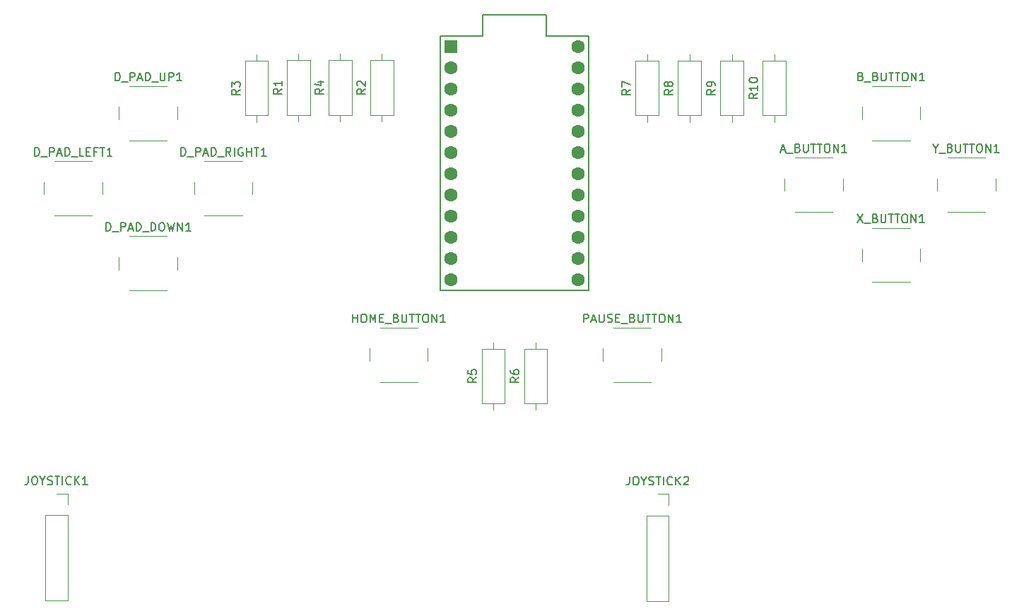
<source format=gbr>
%TF.GenerationSoftware,KiCad,Pcbnew,(7.0.0)*%
%TF.CreationDate,2023-03-22T23:13:35-04:00*%
%TF.ProjectId,controller,636f6e74-726f-46c6-9c65-722e6b696361,rev?*%
%TF.SameCoordinates,Original*%
%TF.FileFunction,Legend,Top*%
%TF.FilePolarity,Positive*%
%FSLAX46Y46*%
G04 Gerber Fmt 4.6, Leading zero omitted, Abs format (unit mm)*
G04 Created by KiCad (PCBNEW (7.0.0)) date 2023-03-22 23:13:35*
%MOMM*%
%LPD*%
G01*
G04 APERTURE LIST*
%ADD10C,0.150000*%
%ADD11C,0.120000*%
%ADD12R,1.600000X1.600000*%
%ADD13C,1.600000*%
G04 APERTURE END LIST*
D10*
%TO.C,R3*%
X116997380Y-29166666D02*
X116521190Y-29499999D01*
X116997380Y-29738094D02*
X115997380Y-29738094D01*
X115997380Y-29738094D02*
X115997380Y-29357142D01*
X115997380Y-29357142D02*
X116045000Y-29261904D01*
X116045000Y-29261904D02*
X116092619Y-29214285D01*
X116092619Y-29214285D02*
X116187857Y-29166666D01*
X116187857Y-29166666D02*
X116330714Y-29166666D01*
X116330714Y-29166666D02*
X116425952Y-29214285D01*
X116425952Y-29214285D02*
X116473571Y-29261904D01*
X116473571Y-29261904D02*
X116521190Y-29357142D01*
X116521190Y-29357142D02*
X116521190Y-29738094D01*
X115997380Y-28833332D02*
X115997380Y-28214285D01*
X115997380Y-28214285D02*
X116378333Y-28547618D01*
X116378333Y-28547618D02*
X116378333Y-28404761D01*
X116378333Y-28404761D02*
X116425952Y-28309523D01*
X116425952Y-28309523D02*
X116473571Y-28261904D01*
X116473571Y-28261904D02*
X116568809Y-28214285D01*
X116568809Y-28214285D02*
X116806904Y-28214285D01*
X116806904Y-28214285D02*
X116902142Y-28261904D01*
X116902142Y-28261904D02*
X116949761Y-28309523D01*
X116949761Y-28309523D02*
X116997380Y-28404761D01*
X116997380Y-28404761D02*
X116997380Y-28690475D01*
X116997380Y-28690475D02*
X116949761Y-28785713D01*
X116949761Y-28785713D02*
X116902142Y-28833332D01*
%TO.C,R8*%
X168837380Y-29166666D02*
X168361190Y-29499999D01*
X168837380Y-29738094D02*
X167837380Y-29738094D01*
X167837380Y-29738094D02*
X167837380Y-29357142D01*
X167837380Y-29357142D02*
X167885000Y-29261904D01*
X167885000Y-29261904D02*
X167932619Y-29214285D01*
X167932619Y-29214285D02*
X168027857Y-29166666D01*
X168027857Y-29166666D02*
X168170714Y-29166666D01*
X168170714Y-29166666D02*
X168265952Y-29214285D01*
X168265952Y-29214285D02*
X168313571Y-29261904D01*
X168313571Y-29261904D02*
X168361190Y-29357142D01*
X168361190Y-29357142D02*
X168361190Y-29738094D01*
X168265952Y-28595237D02*
X168218333Y-28690475D01*
X168218333Y-28690475D02*
X168170714Y-28738094D01*
X168170714Y-28738094D02*
X168075476Y-28785713D01*
X168075476Y-28785713D02*
X168027857Y-28785713D01*
X168027857Y-28785713D02*
X167932619Y-28738094D01*
X167932619Y-28738094D02*
X167885000Y-28690475D01*
X167885000Y-28690475D02*
X167837380Y-28595237D01*
X167837380Y-28595237D02*
X167837380Y-28404761D01*
X167837380Y-28404761D02*
X167885000Y-28309523D01*
X167885000Y-28309523D02*
X167932619Y-28261904D01*
X167932619Y-28261904D02*
X168027857Y-28214285D01*
X168027857Y-28214285D02*
X168075476Y-28214285D01*
X168075476Y-28214285D02*
X168170714Y-28261904D01*
X168170714Y-28261904D02*
X168218333Y-28309523D01*
X168218333Y-28309523D02*
X168265952Y-28404761D01*
X168265952Y-28404761D02*
X168265952Y-28595237D01*
X168265952Y-28595237D02*
X168313571Y-28690475D01*
X168313571Y-28690475D02*
X168361190Y-28738094D01*
X168361190Y-28738094D02*
X168456428Y-28785713D01*
X168456428Y-28785713D02*
X168646904Y-28785713D01*
X168646904Y-28785713D02*
X168742142Y-28738094D01*
X168742142Y-28738094D02*
X168789761Y-28690475D01*
X168789761Y-28690475D02*
X168837380Y-28595237D01*
X168837380Y-28595237D02*
X168837380Y-28404761D01*
X168837380Y-28404761D02*
X168789761Y-28309523D01*
X168789761Y-28309523D02*
X168742142Y-28261904D01*
X168742142Y-28261904D02*
X168646904Y-28214285D01*
X168646904Y-28214285D02*
X168456428Y-28214285D01*
X168456428Y-28214285D02*
X168361190Y-28261904D01*
X168361190Y-28261904D02*
X168313571Y-28309523D01*
X168313571Y-28309523D02*
X168265952Y-28404761D01*
%TO.C,PAUSE_BUTTON1*%
X158166666Y-57077380D02*
X158166666Y-56077380D01*
X158166666Y-56077380D02*
X158547618Y-56077380D01*
X158547618Y-56077380D02*
X158642856Y-56125000D01*
X158642856Y-56125000D02*
X158690475Y-56172619D01*
X158690475Y-56172619D02*
X158738094Y-56267857D01*
X158738094Y-56267857D02*
X158738094Y-56410714D01*
X158738094Y-56410714D02*
X158690475Y-56505952D01*
X158690475Y-56505952D02*
X158642856Y-56553571D01*
X158642856Y-56553571D02*
X158547618Y-56601190D01*
X158547618Y-56601190D02*
X158166666Y-56601190D01*
X159119047Y-56791666D02*
X159595237Y-56791666D01*
X159023809Y-57077380D02*
X159357142Y-56077380D01*
X159357142Y-56077380D02*
X159690475Y-57077380D01*
X160023809Y-56077380D02*
X160023809Y-56886904D01*
X160023809Y-56886904D02*
X160071428Y-56982142D01*
X160071428Y-56982142D02*
X160119047Y-57029761D01*
X160119047Y-57029761D02*
X160214285Y-57077380D01*
X160214285Y-57077380D02*
X160404761Y-57077380D01*
X160404761Y-57077380D02*
X160499999Y-57029761D01*
X160499999Y-57029761D02*
X160547618Y-56982142D01*
X160547618Y-56982142D02*
X160595237Y-56886904D01*
X160595237Y-56886904D02*
X160595237Y-56077380D01*
X161023809Y-57029761D02*
X161166666Y-57077380D01*
X161166666Y-57077380D02*
X161404761Y-57077380D01*
X161404761Y-57077380D02*
X161499999Y-57029761D01*
X161499999Y-57029761D02*
X161547618Y-56982142D01*
X161547618Y-56982142D02*
X161595237Y-56886904D01*
X161595237Y-56886904D02*
X161595237Y-56791666D01*
X161595237Y-56791666D02*
X161547618Y-56696428D01*
X161547618Y-56696428D02*
X161499999Y-56648809D01*
X161499999Y-56648809D02*
X161404761Y-56601190D01*
X161404761Y-56601190D02*
X161214285Y-56553571D01*
X161214285Y-56553571D02*
X161119047Y-56505952D01*
X161119047Y-56505952D02*
X161071428Y-56458333D01*
X161071428Y-56458333D02*
X161023809Y-56363095D01*
X161023809Y-56363095D02*
X161023809Y-56267857D01*
X161023809Y-56267857D02*
X161071428Y-56172619D01*
X161071428Y-56172619D02*
X161119047Y-56125000D01*
X161119047Y-56125000D02*
X161214285Y-56077380D01*
X161214285Y-56077380D02*
X161452380Y-56077380D01*
X161452380Y-56077380D02*
X161595237Y-56125000D01*
X162023809Y-56553571D02*
X162357142Y-56553571D01*
X162499999Y-57077380D02*
X162023809Y-57077380D01*
X162023809Y-57077380D02*
X162023809Y-56077380D01*
X162023809Y-56077380D02*
X162499999Y-56077380D01*
X162690476Y-57172619D02*
X163452380Y-57172619D01*
X164023809Y-56553571D02*
X164166666Y-56601190D01*
X164166666Y-56601190D02*
X164214285Y-56648809D01*
X164214285Y-56648809D02*
X164261904Y-56744047D01*
X164261904Y-56744047D02*
X164261904Y-56886904D01*
X164261904Y-56886904D02*
X164214285Y-56982142D01*
X164214285Y-56982142D02*
X164166666Y-57029761D01*
X164166666Y-57029761D02*
X164071428Y-57077380D01*
X164071428Y-57077380D02*
X163690476Y-57077380D01*
X163690476Y-57077380D02*
X163690476Y-56077380D01*
X163690476Y-56077380D02*
X164023809Y-56077380D01*
X164023809Y-56077380D02*
X164119047Y-56125000D01*
X164119047Y-56125000D02*
X164166666Y-56172619D01*
X164166666Y-56172619D02*
X164214285Y-56267857D01*
X164214285Y-56267857D02*
X164214285Y-56363095D01*
X164214285Y-56363095D02*
X164166666Y-56458333D01*
X164166666Y-56458333D02*
X164119047Y-56505952D01*
X164119047Y-56505952D02*
X164023809Y-56553571D01*
X164023809Y-56553571D02*
X163690476Y-56553571D01*
X164690476Y-56077380D02*
X164690476Y-56886904D01*
X164690476Y-56886904D02*
X164738095Y-56982142D01*
X164738095Y-56982142D02*
X164785714Y-57029761D01*
X164785714Y-57029761D02*
X164880952Y-57077380D01*
X164880952Y-57077380D02*
X165071428Y-57077380D01*
X165071428Y-57077380D02*
X165166666Y-57029761D01*
X165166666Y-57029761D02*
X165214285Y-56982142D01*
X165214285Y-56982142D02*
X165261904Y-56886904D01*
X165261904Y-56886904D02*
X165261904Y-56077380D01*
X165595238Y-56077380D02*
X166166666Y-56077380D01*
X165880952Y-57077380D02*
X165880952Y-56077380D01*
X166357143Y-56077380D02*
X166928571Y-56077380D01*
X166642857Y-57077380D02*
X166642857Y-56077380D01*
X167452381Y-56077380D02*
X167642857Y-56077380D01*
X167642857Y-56077380D02*
X167738095Y-56125000D01*
X167738095Y-56125000D02*
X167833333Y-56220238D01*
X167833333Y-56220238D02*
X167880952Y-56410714D01*
X167880952Y-56410714D02*
X167880952Y-56744047D01*
X167880952Y-56744047D02*
X167833333Y-56934523D01*
X167833333Y-56934523D02*
X167738095Y-57029761D01*
X167738095Y-57029761D02*
X167642857Y-57077380D01*
X167642857Y-57077380D02*
X167452381Y-57077380D01*
X167452381Y-57077380D02*
X167357143Y-57029761D01*
X167357143Y-57029761D02*
X167261905Y-56934523D01*
X167261905Y-56934523D02*
X167214286Y-56744047D01*
X167214286Y-56744047D02*
X167214286Y-56410714D01*
X167214286Y-56410714D02*
X167261905Y-56220238D01*
X167261905Y-56220238D02*
X167357143Y-56125000D01*
X167357143Y-56125000D02*
X167452381Y-56077380D01*
X168309524Y-57077380D02*
X168309524Y-56077380D01*
X168309524Y-56077380D02*
X168880952Y-57077380D01*
X168880952Y-57077380D02*
X168880952Y-56077380D01*
X169880952Y-57077380D02*
X169309524Y-57077380D01*
X169595238Y-57077380D02*
X169595238Y-56077380D01*
X169595238Y-56077380D02*
X169500000Y-56220238D01*
X169500000Y-56220238D02*
X169404762Y-56315476D01*
X169404762Y-56315476D02*
X169309524Y-56363095D01*
%TO.C,D_PAD_UP1*%
X102047619Y-28117380D02*
X102047619Y-27117380D01*
X102047619Y-27117380D02*
X102285714Y-27117380D01*
X102285714Y-27117380D02*
X102428571Y-27165000D01*
X102428571Y-27165000D02*
X102523809Y-27260238D01*
X102523809Y-27260238D02*
X102571428Y-27355476D01*
X102571428Y-27355476D02*
X102619047Y-27545952D01*
X102619047Y-27545952D02*
X102619047Y-27688809D01*
X102619047Y-27688809D02*
X102571428Y-27879285D01*
X102571428Y-27879285D02*
X102523809Y-27974523D01*
X102523809Y-27974523D02*
X102428571Y-28069761D01*
X102428571Y-28069761D02*
X102285714Y-28117380D01*
X102285714Y-28117380D02*
X102047619Y-28117380D01*
X102809524Y-28212619D02*
X103571428Y-28212619D01*
X103809524Y-28117380D02*
X103809524Y-27117380D01*
X103809524Y-27117380D02*
X104190476Y-27117380D01*
X104190476Y-27117380D02*
X104285714Y-27165000D01*
X104285714Y-27165000D02*
X104333333Y-27212619D01*
X104333333Y-27212619D02*
X104380952Y-27307857D01*
X104380952Y-27307857D02*
X104380952Y-27450714D01*
X104380952Y-27450714D02*
X104333333Y-27545952D01*
X104333333Y-27545952D02*
X104285714Y-27593571D01*
X104285714Y-27593571D02*
X104190476Y-27641190D01*
X104190476Y-27641190D02*
X103809524Y-27641190D01*
X104761905Y-27831666D02*
X105238095Y-27831666D01*
X104666667Y-28117380D02*
X105000000Y-27117380D01*
X105000000Y-27117380D02*
X105333333Y-28117380D01*
X105666667Y-28117380D02*
X105666667Y-27117380D01*
X105666667Y-27117380D02*
X105904762Y-27117380D01*
X105904762Y-27117380D02*
X106047619Y-27165000D01*
X106047619Y-27165000D02*
X106142857Y-27260238D01*
X106142857Y-27260238D02*
X106190476Y-27355476D01*
X106190476Y-27355476D02*
X106238095Y-27545952D01*
X106238095Y-27545952D02*
X106238095Y-27688809D01*
X106238095Y-27688809D02*
X106190476Y-27879285D01*
X106190476Y-27879285D02*
X106142857Y-27974523D01*
X106142857Y-27974523D02*
X106047619Y-28069761D01*
X106047619Y-28069761D02*
X105904762Y-28117380D01*
X105904762Y-28117380D02*
X105666667Y-28117380D01*
X106428572Y-28212619D02*
X107190476Y-28212619D01*
X107428572Y-27117380D02*
X107428572Y-27926904D01*
X107428572Y-27926904D02*
X107476191Y-28022142D01*
X107476191Y-28022142D02*
X107523810Y-28069761D01*
X107523810Y-28069761D02*
X107619048Y-28117380D01*
X107619048Y-28117380D02*
X107809524Y-28117380D01*
X107809524Y-28117380D02*
X107904762Y-28069761D01*
X107904762Y-28069761D02*
X107952381Y-28022142D01*
X107952381Y-28022142D02*
X108000000Y-27926904D01*
X108000000Y-27926904D02*
X108000000Y-27117380D01*
X108476191Y-28117380D02*
X108476191Y-27117380D01*
X108476191Y-27117380D02*
X108857143Y-27117380D01*
X108857143Y-27117380D02*
X108952381Y-27165000D01*
X108952381Y-27165000D02*
X109000000Y-27212619D01*
X109000000Y-27212619D02*
X109047619Y-27307857D01*
X109047619Y-27307857D02*
X109047619Y-27450714D01*
X109047619Y-27450714D02*
X109000000Y-27545952D01*
X109000000Y-27545952D02*
X108952381Y-27593571D01*
X108952381Y-27593571D02*
X108857143Y-27641190D01*
X108857143Y-27641190D02*
X108476191Y-27641190D01*
X110000000Y-28117380D02*
X109428572Y-28117380D01*
X109714286Y-28117380D02*
X109714286Y-27117380D01*
X109714286Y-27117380D02*
X109619048Y-27260238D01*
X109619048Y-27260238D02*
X109523810Y-27355476D01*
X109523810Y-27355476D02*
X109428572Y-27403095D01*
%TO.C,JOYSTICK2*%
X163644047Y-75547380D02*
X163644047Y-76261666D01*
X163644047Y-76261666D02*
X163596428Y-76404523D01*
X163596428Y-76404523D02*
X163501190Y-76499761D01*
X163501190Y-76499761D02*
X163358333Y-76547380D01*
X163358333Y-76547380D02*
X163263095Y-76547380D01*
X164310714Y-75547380D02*
X164501190Y-75547380D01*
X164501190Y-75547380D02*
X164596428Y-75595000D01*
X164596428Y-75595000D02*
X164691666Y-75690238D01*
X164691666Y-75690238D02*
X164739285Y-75880714D01*
X164739285Y-75880714D02*
X164739285Y-76214047D01*
X164739285Y-76214047D02*
X164691666Y-76404523D01*
X164691666Y-76404523D02*
X164596428Y-76499761D01*
X164596428Y-76499761D02*
X164501190Y-76547380D01*
X164501190Y-76547380D02*
X164310714Y-76547380D01*
X164310714Y-76547380D02*
X164215476Y-76499761D01*
X164215476Y-76499761D02*
X164120238Y-76404523D01*
X164120238Y-76404523D02*
X164072619Y-76214047D01*
X164072619Y-76214047D02*
X164072619Y-75880714D01*
X164072619Y-75880714D02*
X164120238Y-75690238D01*
X164120238Y-75690238D02*
X164215476Y-75595000D01*
X164215476Y-75595000D02*
X164310714Y-75547380D01*
X165358333Y-76071190D02*
X165358333Y-76547380D01*
X165025000Y-75547380D02*
X165358333Y-76071190D01*
X165358333Y-76071190D02*
X165691666Y-75547380D01*
X165977381Y-76499761D02*
X166120238Y-76547380D01*
X166120238Y-76547380D02*
X166358333Y-76547380D01*
X166358333Y-76547380D02*
X166453571Y-76499761D01*
X166453571Y-76499761D02*
X166501190Y-76452142D01*
X166501190Y-76452142D02*
X166548809Y-76356904D01*
X166548809Y-76356904D02*
X166548809Y-76261666D01*
X166548809Y-76261666D02*
X166501190Y-76166428D01*
X166501190Y-76166428D02*
X166453571Y-76118809D01*
X166453571Y-76118809D02*
X166358333Y-76071190D01*
X166358333Y-76071190D02*
X166167857Y-76023571D01*
X166167857Y-76023571D02*
X166072619Y-75975952D01*
X166072619Y-75975952D02*
X166025000Y-75928333D01*
X166025000Y-75928333D02*
X165977381Y-75833095D01*
X165977381Y-75833095D02*
X165977381Y-75737857D01*
X165977381Y-75737857D02*
X166025000Y-75642619D01*
X166025000Y-75642619D02*
X166072619Y-75595000D01*
X166072619Y-75595000D02*
X166167857Y-75547380D01*
X166167857Y-75547380D02*
X166405952Y-75547380D01*
X166405952Y-75547380D02*
X166548809Y-75595000D01*
X166834524Y-75547380D02*
X167405952Y-75547380D01*
X167120238Y-76547380D02*
X167120238Y-75547380D01*
X167739286Y-76547380D02*
X167739286Y-75547380D01*
X168786904Y-76452142D02*
X168739285Y-76499761D01*
X168739285Y-76499761D02*
X168596428Y-76547380D01*
X168596428Y-76547380D02*
X168501190Y-76547380D01*
X168501190Y-76547380D02*
X168358333Y-76499761D01*
X168358333Y-76499761D02*
X168263095Y-76404523D01*
X168263095Y-76404523D02*
X168215476Y-76309285D01*
X168215476Y-76309285D02*
X168167857Y-76118809D01*
X168167857Y-76118809D02*
X168167857Y-75975952D01*
X168167857Y-75975952D02*
X168215476Y-75785476D01*
X168215476Y-75785476D02*
X168263095Y-75690238D01*
X168263095Y-75690238D02*
X168358333Y-75595000D01*
X168358333Y-75595000D02*
X168501190Y-75547380D01*
X168501190Y-75547380D02*
X168596428Y-75547380D01*
X168596428Y-75547380D02*
X168739285Y-75595000D01*
X168739285Y-75595000D02*
X168786904Y-75642619D01*
X169215476Y-76547380D02*
X169215476Y-75547380D01*
X169786904Y-76547380D02*
X169358333Y-75975952D01*
X169786904Y-75547380D02*
X169215476Y-76118809D01*
X170167857Y-75642619D02*
X170215476Y-75595000D01*
X170215476Y-75595000D02*
X170310714Y-75547380D01*
X170310714Y-75547380D02*
X170548809Y-75547380D01*
X170548809Y-75547380D02*
X170644047Y-75595000D01*
X170644047Y-75595000D02*
X170691666Y-75642619D01*
X170691666Y-75642619D02*
X170739285Y-75737857D01*
X170739285Y-75737857D02*
X170739285Y-75833095D01*
X170739285Y-75833095D02*
X170691666Y-75975952D01*
X170691666Y-75975952D02*
X170120238Y-76547380D01*
X170120238Y-76547380D02*
X170739285Y-76547380D01*
%TO.C,R7*%
X163757380Y-29166666D02*
X163281190Y-29499999D01*
X163757380Y-29738094D02*
X162757380Y-29738094D01*
X162757380Y-29738094D02*
X162757380Y-29357142D01*
X162757380Y-29357142D02*
X162805000Y-29261904D01*
X162805000Y-29261904D02*
X162852619Y-29214285D01*
X162852619Y-29214285D02*
X162947857Y-29166666D01*
X162947857Y-29166666D02*
X163090714Y-29166666D01*
X163090714Y-29166666D02*
X163185952Y-29214285D01*
X163185952Y-29214285D02*
X163233571Y-29261904D01*
X163233571Y-29261904D02*
X163281190Y-29357142D01*
X163281190Y-29357142D02*
X163281190Y-29738094D01*
X162757380Y-28833332D02*
X162757380Y-28166666D01*
X162757380Y-28166666D02*
X163757380Y-28595237D01*
%TO.C,JOYSTICK1*%
X91619047Y-75517380D02*
X91619047Y-76231666D01*
X91619047Y-76231666D02*
X91571428Y-76374523D01*
X91571428Y-76374523D02*
X91476190Y-76469761D01*
X91476190Y-76469761D02*
X91333333Y-76517380D01*
X91333333Y-76517380D02*
X91238095Y-76517380D01*
X92285714Y-75517380D02*
X92476190Y-75517380D01*
X92476190Y-75517380D02*
X92571428Y-75565000D01*
X92571428Y-75565000D02*
X92666666Y-75660238D01*
X92666666Y-75660238D02*
X92714285Y-75850714D01*
X92714285Y-75850714D02*
X92714285Y-76184047D01*
X92714285Y-76184047D02*
X92666666Y-76374523D01*
X92666666Y-76374523D02*
X92571428Y-76469761D01*
X92571428Y-76469761D02*
X92476190Y-76517380D01*
X92476190Y-76517380D02*
X92285714Y-76517380D01*
X92285714Y-76517380D02*
X92190476Y-76469761D01*
X92190476Y-76469761D02*
X92095238Y-76374523D01*
X92095238Y-76374523D02*
X92047619Y-76184047D01*
X92047619Y-76184047D02*
X92047619Y-75850714D01*
X92047619Y-75850714D02*
X92095238Y-75660238D01*
X92095238Y-75660238D02*
X92190476Y-75565000D01*
X92190476Y-75565000D02*
X92285714Y-75517380D01*
X93333333Y-76041190D02*
X93333333Y-76517380D01*
X93000000Y-75517380D02*
X93333333Y-76041190D01*
X93333333Y-76041190D02*
X93666666Y-75517380D01*
X93952381Y-76469761D02*
X94095238Y-76517380D01*
X94095238Y-76517380D02*
X94333333Y-76517380D01*
X94333333Y-76517380D02*
X94428571Y-76469761D01*
X94428571Y-76469761D02*
X94476190Y-76422142D01*
X94476190Y-76422142D02*
X94523809Y-76326904D01*
X94523809Y-76326904D02*
X94523809Y-76231666D01*
X94523809Y-76231666D02*
X94476190Y-76136428D01*
X94476190Y-76136428D02*
X94428571Y-76088809D01*
X94428571Y-76088809D02*
X94333333Y-76041190D01*
X94333333Y-76041190D02*
X94142857Y-75993571D01*
X94142857Y-75993571D02*
X94047619Y-75945952D01*
X94047619Y-75945952D02*
X94000000Y-75898333D01*
X94000000Y-75898333D02*
X93952381Y-75803095D01*
X93952381Y-75803095D02*
X93952381Y-75707857D01*
X93952381Y-75707857D02*
X94000000Y-75612619D01*
X94000000Y-75612619D02*
X94047619Y-75565000D01*
X94047619Y-75565000D02*
X94142857Y-75517380D01*
X94142857Y-75517380D02*
X94380952Y-75517380D01*
X94380952Y-75517380D02*
X94523809Y-75565000D01*
X94809524Y-75517380D02*
X95380952Y-75517380D01*
X95095238Y-76517380D02*
X95095238Y-75517380D01*
X95714286Y-76517380D02*
X95714286Y-75517380D01*
X96761904Y-76422142D02*
X96714285Y-76469761D01*
X96714285Y-76469761D02*
X96571428Y-76517380D01*
X96571428Y-76517380D02*
X96476190Y-76517380D01*
X96476190Y-76517380D02*
X96333333Y-76469761D01*
X96333333Y-76469761D02*
X96238095Y-76374523D01*
X96238095Y-76374523D02*
X96190476Y-76279285D01*
X96190476Y-76279285D02*
X96142857Y-76088809D01*
X96142857Y-76088809D02*
X96142857Y-75945952D01*
X96142857Y-75945952D02*
X96190476Y-75755476D01*
X96190476Y-75755476D02*
X96238095Y-75660238D01*
X96238095Y-75660238D02*
X96333333Y-75565000D01*
X96333333Y-75565000D02*
X96476190Y-75517380D01*
X96476190Y-75517380D02*
X96571428Y-75517380D01*
X96571428Y-75517380D02*
X96714285Y-75565000D01*
X96714285Y-75565000D02*
X96761904Y-75612619D01*
X97190476Y-76517380D02*
X97190476Y-75517380D01*
X97761904Y-76517380D02*
X97333333Y-75945952D01*
X97761904Y-75517380D02*
X97190476Y-76088809D01*
X98714285Y-76517380D02*
X98142857Y-76517380D01*
X98428571Y-76517380D02*
X98428571Y-75517380D01*
X98428571Y-75517380D02*
X98333333Y-75660238D01*
X98333333Y-75660238D02*
X98238095Y-75755476D01*
X98238095Y-75755476D02*
X98142857Y-75803095D01*
%TO.C,D_PAD_LEFT1*%
X92404761Y-37117380D02*
X92404761Y-36117380D01*
X92404761Y-36117380D02*
X92642856Y-36117380D01*
X92642856Y-36117380D02*
X92785713Y-36165000D01*
X92785713Y-36165000D02*
X92880951Y-36260238D01*
X92880951Y-36260238D02*
X92928570Y-36355476D01*
X92928570Y-36355476D02*
X92976189Y-36545952D01*
X92976189Y-36545952D02*
X92976189Y-36688809D01*
X92976189Y-36688809D02*
X92928570Y-36879285D01*
X92928570Y-36879285D02*
X92880951Y-36974523D01*
X92880951Y-36974523D02*
X92785713Y-37069761D01*
X92785713Y-37069761D02*
X92642856Y-37117380D01*
X92642856Y-37117380D02*
X92404761Y-37117380D01*
X93166666Y-37212619D02*
X93928570Y-37212619D01*
X94166666Y-37117380D02*
X94166666Y-36117380D01*
X94166666Y-36117380D02*
X94547618Y-36117380D01*
X94547618Y-36117380D02*
X94642856Y-36165000D01*
X94642856Y-36165000D02*
X94690475Y-36212619D01*
X94690475Y-36212619D02*
X94738094Y-36307857D01*
X94738094Y-36307857D02*
X94738094Y-36450714D01*
X94738094Y-36450714D02*
X94690475Y-36545952D01*
X94690475Y-36545952D02*
X94642856Y-36593571D01*
X94642856Y-36593571D02*
X94547618Y-36641190D01*
X94547618Y-36641190D02*
X94166666Y-36641190D01*
X95119047Y-36831666D02*
X95595237Y-36831666D01*
X95023809Y-37117380D02*
X95357142Y-36117380D01*
X95357142Y-36117380D02*
X95690475Y-37117380D01*
X96023809Y-37117380D02*
X96023809Y-36117380D01*
X96023809Y-36117380D02*
X96261904Y-36117380D01*
X96261904Y-36117380D02*
X96404761Y-36165000D01*
X96404761Y-36165000D02*
X96499999Y-36260238D01*
X96499999Y-36260238D02*
X96547618Y-36355476D01*
X96547618Y-36355476D02*
X96595237Y-36545952D01*
X96595237Y-36545952D02*
X96595237Y-36688809D01*
X96595237Y-36688809D02*
X96547618Y-36879285D01*
X96547618Y-36879285D02*
X96499999Y-36974523D01*
X96499999Y-36974523D02*
X96404761Y-37069761D01*
X96404761Y-37069761D02*
X96261904Y-37117380D01*
X96261904Y-37117380D02*
X96023809Y-37117380D01*
X96785714Y-37212619D02*
X97547618Y-37212619D01*
X98261904Y-37117380D02*
X97785714Y-37117380D01*
X97785714Y-37117380D02*
X97785714Y-36117380D01*
X98595238Y-36593571D02*
X98928571Y-36593571D01*
X99071428Y-37117380D02*
X98595238Y-37117380D01*
X98595238Y-37117380D02*
X98595238Y-36117380D01*
X98595238Y-36117380D02*
X99071428Y-36117380D01*
X99833333Y-36593571D02*
X99500000Y-36593571D01*
X99500000Y-37117380D02*
X99500000Y-36117380D01*
X99500000Y-36117380D02*
X99976190Y-36117380D01*
X100214286Y-36117380D02*
X100785714Y-36117380D01*
X100500000Y-37117380D02*
X100500000Y-36117380D01*
X101642857Y-37117380D02*
X101071429Y-37117380D01*
X101357143Y-37117380D02*
X101357143Y-36117380D01*
X101357143Y-36117380D02*
X101261905Y-36260238D01*
X101261905Y-36260238D02*
X101166667Y-36355476D01*
X101166667Y-36355476D02*
X101071429Y-36403095D01*
%TO.C,R10*%
X178997380Y-29642857D02*
X178521190Y-29976190D01*
X178997380Y-30214285D02*
X177997380Y-30214285D01*
X177997380Y-30214285D02*
X177997380Y-29833333D01*
X177997380Y-29833333D02*
X178045000Y-29738095D01*
X178045000Y-29738095D02*
X178092619Y-29690476D01*
X178092619Y-29690476D02*
X178187857Y-29642857D01*
X178187857Y-29642857D02*
X178330714Y-29642857D01*
X178330714Y-29642857D02*
X178425952Y-29690476D01*
X178425952Y-29690476D02*
X178473571Y-29738095D01*
X178473571Y-29738095D02*
X178521190Y-29833333D01*
X178521190Y-29833333D02*
X178521190Y-30214285D01*
X178997380Y-28690476D02*
X178997380Y-29261904D01*
X178997380Y-28976190D02*
X177997380Y-28976190D01*
X177997380Y-28976190D02*
X178140238Y-29071428D01*
X178140238Y-29071428D02*
X178235476Y-29166666D01*
X178235476Y-29166666D02*
X178283095Y-29261904D01*
X177997380Y-28071428D02*
X177997380Y-27976190D01*
X177997380Y-27976190D02*
X178045000Y-27880952D01*
X178045000Y-27880952D02*
X178092619Y-27833333D01*
X178092619Y-27833333D02*
X178187857Y-27785714D01*
X178187857Y-27785714D02*
X178378333Y-27738095D01*
X178378333Y-27738095D02*
X178616428Y-27738095D01*
X178616428Y-27738095D02*
X178806904Y-27785714D01*
X178806904Y-27785714D02*
X178902142Y-27833333D01*
X178902142Y-27833333D02*
X178949761Y-27880952D01*
X178949761Y-27880952D02*
X178997380Y-27976190D01*
X178997380Y-27976190D02*
X178997380Y-28071428D01*
X178997380Y-28071428D02*
X178949761Y-28166666D01*
X178949761Y-28166666D02*
X178902142Y-28214285D01*
X178902142Y-28214285D02*
X178806904Y-28261904D01*
X178806904Y-28261904D02*
X178616428Y-28309523D01*
X178616428Y-28309523D02*
X178378333Y-28309523D01*
X178378333Y-28309523D02*
X178187857Y-28261904D01*
X178187857Y-28261904D02*
X178092619Y-28214285D01*
X178092619Y-28214285D02*
X178045000Y-28166666D01*
X178045000Y-28166666D02*
X177997380Y-28071428D01*
%TO.C,Y_BUTTON1*%
X200309523Y-36201190D02*
X200309523Y-36677380D01*
X199976190Y-35677380D02*
X200309523Y-36201190D01*
X200309523Y-36201190D02*
X200642856Y-35677380D01*
X200738095Y-36772619D02*
X201499999Y-36772619D01*
X202071428Y-36153571D02*
X202214285Y-36201190D01*
X202214285Y-36201190D02*
X202261904Y-36248809D01*
X202261904Y-36248809D02*
X202309523Y-36344047D01*
X202309523Y-36344047D02*
X202309523Y-36486904D01*
X202309523Y-36486904D02*
X202261904Y-36582142D01*
X202261904Y-36582142D02*
X202214285Y-36629761D01*
X202214285Y-36629761D02*
X202119047Y-36677380D01*
X202119047Y-36677380D02*
X201738095Y-36677380D01*
X201738095Y-36677380D02*
X201738095Y-35677380D01*
X201738095Y-35677380D02*
X202071428Y-35677380D01*
X202071428Y-35677380D02*
X202166666Y-35725000D01*
X202166666Y-35725000D02*
X202214285Y-35772619D01*
X202214285Y-35772619D02*
X202261904Y-35867857D01*
X202261904Y-35867857D02*
X202261904Y-35963095D01*
X202261904Y-35963095D02*
X202214285Y-36058333D01*
X202214285Y-36058333D02*
X202166666Y-36105952D01*
X202166666Y-36105952D02*
X202071428Y-36153571D01*
X202071428Y-36153571D02*
X201738095Y-36153571D01*
X202738095Y-35677380D02*
X202738095Y-36486904D01*
X202738095Y-36486904D02*
X202785714Y-36582142D01*
X202785714Y-36582142D02*
X202833333Y-36629761D01*
X202833333Y-36629761D02*
X202928571Y-36677380D01*
X202928571Y-36677380D02*
X203119047Y-36677380D01*
X203119047Y-36677380D02*
X203214285Y-36629761D01*
X203214285Y-36629761D02*
X203261904Y-36582142D01*
X203261904Y-36582142D02*
X203309523Y-36486904D01*
X203309523Y-36486904D02*
X203309523Y-35677380D01*
X203642857Y-35677380D02*
X204214285Y-35677380D01*
X203928571Y-36677380D02*
X203928571Y-35677380D01*
X204404762Y-35677380D02*
X204976190Y-35677380D01*
X204690476Y-36677380D02*
X204690476Y-35677380D01*
X205500000Y-35677380D02*
X205690476Y-35677380D01*
X205690476Y-35677380D02*
X205785714Y-35725000D01*
X205785714Y-35725000D02*
X205880952Y-35820238D01*
X205880952Y-35820238D02*
X205928571Y-36010714D01*
X205928571Y-36010714D02*
X205928571Y-36344047D01*
X205928571Y-36344047D02*
X205880952Y-36534523D01*
X205880952Y-36534523D02*
X205785714Y-36629761D01*
X205785714Y-36629761D02*
X205690476Y-36677380D01*
X205690476Y-36677380D02*
X205500000Y-36677380D01*
X205500000Y-36677380D02*
X205404762Y-36629761D01*
X205404762Y-36629761D02*
X205309524Y-36534523D01*
X205309524Y-36534523D02*
X205261905Y-36344047D01*
X205261905Y-36344047D02*
X205261905Y-36010714D01*
X205261905Y-36010714D02*
X205309524Y-35820238D01*
X205309524Y-35820238D02*
X205404762Y-35725000D01*
X205404762Y-35725000D02*
X205500000Y-35677380D01*
X206357143Y-36677380D02*
X206357143Y-35677380D01*
X206357143Y-35677380D02*
X206928571Y-36677380D01*
X206928571Y-36677380D02*
X206928571Y-35677380D01*
X207928571Y-36677380D02*
X207357143Y-36677380D01*
X207642857Y-36677380D02*
X207642857Y-35677380D01*
X207642857Y-35677380D02*
X207547619Y-35820238D01*
X207547619Y-35820238D02*
X207452381Y-35915476D01*
X207452381Y-35915476D02*
X207357143Y-35963095D01*
%TO.C,R5*%
X145317380Y-63666666D02*
X144841190Y-63999999D01*
X145317380Y-64238094D02*
X144317380Y-64238094D01*
X144317380Y-64238094D02*
X144317380Y-63857142D01*
X144317380Y-63857142D02*
X144365000Y-63761904D01*
X144365000Y-63761904D02*
X144412619Y-63714285D01*
X144412619Y-63714285D02*
X144507857Y-63666666D01*
X144507857Y-63666666D02*
X144650714Y-63666666D01*
X144650714Y-63666666D02*
X144745952Y-63714285D01*
X144745952Y-63714285D02*
X144793571Y-63761904D01*
X144793571Y-63761904D02*
X144841190Y-63857142D01*
X144841190Y-63857142D02*
X144841190Y-64238094D01*
X144317380Y-62761904D02*
X144317380Y-63238094D01*
X144317380Y-63238094D02*
X144793571Y-63285713D01*
X144793571Y-63285713D02*
X144745952Y-63238094D01*
X144745952Y-63238094D02*
X144698333Y-63142856D01*
X144698333Y-63142856D02*
X144698333Y-62904761D01*
X144698333Y-62904761D02*
X144745952Y-62809523D01*
X144745952Y-62809523D02*
X144793571Y-62761904D01*
X144793571Y-62761904D02*
X144888809Y-62714285D01*
X144888809Y-62714285D02*
X145126904Y-62714285D01*
X145126904Y-62714285D02*
X145222142Y-62761904D01*
X145222142Y-62761904D02*
X145269761Y-62809523D01*
X145269761Y-62809523D02*
X145317380Y-62904761D01*
X145317380Y-62904761D02*
X145317380Y-63142856D01*
X145317380Y-63142856D02*
X145269761Y-63238094D01*
X145269761Y-63238094D02*
X145222142Y-63285713D01*
%TO.C,D_PAD_RIGHT1*%
X109928571Y-37117380D02*
X109928571Y-36117380D01*
X109928571Y-36117380D02*
X110166666Y-36117380D01*
X110166666Y-36117380D02*
X110309523Y-36165000D01*
X110309523Y-36165000D02*
X110404761Y-36260238D01*
X110404761Y-36260238D02*
X110452380Y-36355476D01*
X110452380Y-36355476D02*
X110499999Y-36545952D01*
X110499999Y-36545952D02*
X110499999Y-36688809D01*
X110499999Y-36688809D02*
X110452380Y-36879285D01*
X110452380Y-36879285D02*
X110404761Y-36974523D01*
X110404761Y-36974523D02*
X110309523Y-37069761D01*
X110309523Y-37069761D02*
X110166666Y-37117380D01*
X110166666Y-37117380D02*
X109928571Y-37117380D01*
X110690476Y-37212619D02*
X111452380Y-37212619D01*
X111690476Y-37117380D02*
X111690476Y-36117380D01*
X111690476Y-36117380D02*
X112071428Y-36117380D01*
X112071428Y-36117380D02*
X112166666Y-36165000D01*
X112166666Y-36165000D02*
X112214285Y-36212619D01*
X112214285Y-36212619D02*
X112261904Y-36307857D01*
X112261904Y-36307857D02*
X112261904Y-36450714D01*
X112261904Y-36450714D02*
X112214285Y-36545952D01*
X112214285Y-36545952D02*
X112166666Y-36593571D01*
X112166666Y-36593571D02*
X112071428Y-36641190D01*
X112071428Y-36641190D02*
X111690476Y-36641190D01*
X112642857Y-36831666D02*
X113119047Y-36831666D01*
X112547619Y-37117380D02*
X112880952Y-36117380D01*
X112880952Y-36117380D02*
X113214285Y-37117380D01*
X113547619Y-37117380D02*
X113547619Y-36117380D01*
X113547619Y-36117380D02*
X113785714Y-36117380D01*
X113785714Y-36117380D02*
X113928571Y-36165000D01*
X113928571Y-36165000D02*
X114023809Y-36260238D01*
X114023809Y-36260238D02*
X114071428Y-36355476D01*
X114071428Y-36355476D02*
X114119047Y-36545952D01*
X114119047Y-36545952D02*
X114119047Y-36688809D01*
X114119047Y-36688809D02*
X114071428Y-36879285D01*
X114071428Y-36879285D02*
X114023809Y-36974523D01*
X114023809Y-36974523D02*
X113928571Y-37069761D01*
X113928571Y-37069761D02*
X113785714Y-37117380D01*
X113785714Y-37117380D02*
X113547619Y-37117380D01*
X114309524Y-37212619D02*
X115071428Y-37212619D01*
X115880952Y-37117380D02*
X115547619Y-36641190D01*
X115309524Y-37117380D02*
X115309524Y-36117380D01*
X115309524Y-36117380D02*
X115690476Y-36117380D01*
X115690476Y-36117380D02*
X115785714Y-36165000D01*
X115785714Y-36165000D02*
X115833333Y-36212619D01*
X115833333Y-36212619D02*
X115880952Y-36307857D01*
X115880952Y-36307857D02*
X115880952Y-36450714D01*
X115880952Y-36450714D02*
X115833333Y-36545952D01*
X115833333Y-36545952D02*
X115785714Y-36593571D01*
X115785714Y-36593571D02*
X115690476Y-36641190D01*
X115690476Y-36641190D02*
X115309524Y-36641190D01*
X116309524Y-37117380D02*
X116309524Y-36117380D01*
X117309523Y-36165000D02*
X117214285Y-36117380D01*
X117214285Y-36117380D02*
X117071428Y-36117380D01*
X117071428Y-36117380D02*
X116928571Y-36165000D01*
X116928571Y-36165000D02*
X116833333Y-36260238D01*
X116833333Y-36260238D02*
X116785714Y-36355476D01*
X116785714Y-36355476D02*
X116738095Y-36545952D01*
X116738095Y-36545952D02*
X116738095Y-36688809D01*
X116738095Y-36688809D02*
X116785714Y-36879285D01*
X116785714Y-36879285D02*
X116833333Y-36974523D01*
X116833333Y-36974523D02*
X116928571Y-37069761D01*
X116928571Y-37069761D02*
X117071428Y-37117380D01*
X117071428Y-37117380D02*
X117166666Y-37117380D01*
X117166666Y-37117380D02*
X117309523Y-37069761D01*
X117309523Y-37069761D02*
X117357142Y-37022142D01*
X117357142Y-37022142D02*
X117357142Y-36688809D01*
X117357142Y-36688809D02*
X117166666Y-36688809D01*
X117785714Y-37117380D02*
X117785714Y-36117380D01*
X117785714Y-36593571D02*
X118357142Y-36593571D01*
X118357142Y-37117380D02*
X118357142Y-36117380D01*
X118690476Y-36117380D02*
X119261904Y-36117380D01*
X118976190Y-37117380D02*
X118976190Y-36117380D01*
X120119047Y-37117380D02*
X119547619Y-37117380D01*
X119833333Y-37117380D02*
X119833333Y-36117380D01*
X119833333Y-36117380D02*
X119738095Y-36260238D01*
X119738095Y-36260238D02*
X119642857Y-36355476D01*
X119642857Y-36355476D02*
X119547619Y-36403095D01*
%TO.C,R6*%
X150397380Y-63666666D02*
X149921190Y-63999999D01*
X150397380Y-64238094D02*
X149397380Y-64238094D01*
X149397380Y-64238094D02*
X149397380Y-63857142D01*
X149397380Y-63857142D02*
X149445000Y-63761904D01*
X149445000Y-63761904D02*
X149492619Y-63714285D01*
X149492619Y-63714285D02*
X149587857Y-63666666D01*
X149587857Y-63666666D02*
X149730714Y-63666666D01*
X149730714Y-63666666D02*
X149825952Y-63714285D01*
X149825952Y-63714285D02*
X149873571Y-63761904D01*
X149873571Y-63761904D02*
X149921190Y-63857142D01*
X149921190Y-63857142D02*
X149921190Y-64238094D01*
X149397380Y-62809523D02*
X149397380Y-62999999D01*
X149397380Y-62999999D02*
X149445000Y-63095237D01*
X149445000Y-63095237D02*
X149492619Y-63142856D01*
X149492619Y-63142856D02*
X149635476Y-63238094D01*
X149635476Y-63238094D02*
X149825952Y-63285713D01*
X149825952Y-63285713D02*
X150206904Y-63285713D01*
X150206904Y-63285713D02*
X150302142Y-63238094D01*
X150302142Y-63238094D02*
X150349761Y-63190475D01*
X150349761Y-63190475D02*
X150397380Y-63095237D01*
X150397380Y-63095237D02*
X150397380Y-62904761D01*
X150397380Y-62904761D02*
X150349761Y-62809523D01*
X150349761Y-62809523D02*
X150302142Y-62761904D01*
X150302142Y-62761904D02*
X150206904Y-62714285D01*
X150206904Y-62714285D02*
X149968809Y-62714285D01*
X149968809Y-62714285D02*
X149873571Y-62761904D01*
X149873571Y-62761904D02*
X149825952Y-62809523D01*
X149825952Y-62809523D02*
X149778333Y-62904761D01*
X149778333Y-62904761D02*
X149778333Y-63095237D01*
X149778333Y-63095237D02*
X149825952Y-63190475D01*
X149825952Y-63190475D02*
X149873571Y-63238094D01*
X149873571Y-63238094D02*
X149968809Y-63285713D01*
%TO.C,B_BUTTON1*%
X191380952Y-27593571D02*
X191523809Y-27641190D01*
X191523809Y-27641190D02*
X191571428Y-27688809D01*
X191571428Y-27688809D02*
X191619047Y-27784047D01*
X191619047Y-27784047D02*
X191619047Y-27926904D01*
X191619047Y-27926904D02*
X191571428Y-28022142D01*
X191571428Y-28022142D02*
X191523809Y-28069761D01*
X191523809Y-28069761D02*
X191428571Y-28117380D01*
X191428571Y-28117380D02*
X191047619Y-28117380D01*
X191047619Y-28117380D02*
X191047619Y-27117380D01*
X191047619Y-27117380D02*
X191380952Y-27117380D01*
X191380952Y-27117380D02*
X191476190Y-27165000D01*
X191476190Y-27165000D02*
X191523809Y-27212619D01*
X191523809Y-27212619D02*
X191571428Y-27307857D01*
X191571428Y-27307857D02*
X191571428Y-27403095D01*
X191571428Y-27403095D02*
X191523809Y-27498333D01*
X191523809Y-27498333D02*
X191476190Y-27545952D01*
X191476190Y-27545952D02*
X191380952Y-27593571D01*
X191380952Y-27593571D02*
X191047619Y-27593571D01*
X191809524Y-28212619D02*
X192571428Y-28212619D01*
X193142857Y-27593571D02*
X193285714Y-27641190D01*
X193285714Y-27641190D02*
X193333333Y-27688809D01*
X193333333Y-27688809D02*
X193380952Y-27784047D01*
X193380952Y-27784047D02*
X193380952Y-27926904D01*
X193380952Y-27926904D02*
X193333333Y-28022142D01*
X193333333Y-28022142D02*
X193285714Y-28069761D01*
X193285714Y-28069761D02*
X193190476Y-28117380D01*
X193190476Y-28117380D02*
X192809524Y-28117380D01*
X192809524Y-28117380D02*
X192809524Y-27117380D01*
X192809524Y-27117380D02*
X193142857Y-27117380D01*
X193142857Y-27117380D02*
X193238095Y-27165000D01*
X193238095Y-27165000D02*
X193285714Y-27212619D01*
X193285714Y-27212619D02*
X193333333Y-27307857D01*
X193333333Y-27307857D02*
X193333333Y-27403095D01*
X193333333Y-27403095D02*
X193285714Y-27498333D01*
X193285714Y-27498333D02*
X193238095Y-27545952D01*
X193238095Y-27545952D02*
X193142857Y-27593571D01*
X193142857Y-27593571D02*
X192809524Y-27593571D01*
X193809524Y-27117380D02*
X193809524Y-27926904D01*
X193809524Y-27926904D02*
X193857143Y-28022142D01*
X193857143Y-28022142D02*
X193904762Y-28069761D01*
X193904762Y-28069761D02*
X194000000Y-28117380D01*
X194000000Y-28117380D02*
X194190476Y-28117380D01*
X194190476Y-28117380D02*
X194285714Y-28069761D01*
X194285714Y-28069761D02*
X194333333Y-28022142D01*
X194333333Y-28022142D02*
X194380952Y-27926904D01*
X194380952Y-27926904D02*
X194380952Y-27117380D01*
X194714286Y-27117380D02*
X195285714Y-27117380D01*
X195000000Y-28117380D02*
X195000000Y-27117380D01*
X195476191Y-27117380D02*
X196047619Y-27117380D01*
X195761905Y-28117380D02*
X195761905Y-27117380D01*
X196571429Y-27117380D02*
X196761905Y-27117380D01*
X196761905Y-27117380D02*
X196857143Y-27165000D01*
X196857143Y-27165000D02*
X196952381Y-27260238D01*
X196952381Y-27260238D02*
X197000000Y-27450714D01*
X197000000Y-27450714D02*
X197000000Y-27784047D01*
X197000000Y-27784047D02*
X196952381Y-27974523D01*
X196952381Y-27974523D02*
X196857143Y-28069761D01*
X196857143Y-28069761D02*
X196761905Y-28117380D01*
X196761905Y-28117380D02*
X196571429Y-28117380D01*
X196571429Y-28117380D02*
X196476191Y-28069761D01*
X196476191Y-28069761D02*
X196380953Y-27974523D01*
X196380953Y-27974523D02*
X196333334Y-27784047D01*
X196333334Y-27784047D02*
X196333334Y-27450714D01*
X196333334Y-27450714D02*
X196380953Y-27260238D01*
X196380953Y-27260238D02*
X196476191Y-27165000D01*
X196476191Y-27165000D02*
X196571429Y-27117380D01*
X197428572Y-28117380D02*
X197428572Y-27117380D01*
X197428572Y-27117380D02*
X198000000Y-28117380D01*
X198000000Y-28117380D02*
X198000000Y-27117380D01*
X199000000Y-28117380D02*
X198428572Y-28117380D01*
X198714286Y-28117380D02*
X198714286Y-27117380D01*
X198714286Y-27117380D02*
X198619048Y-27260238D01*
X198619048Y-27260238D02*
X198523810Y-27355476D01*
X198523810Y-27355476D02*
X198428572Y-27403095D01*
%TO.C,A_BUTTON1*%
X181821428Y-36391666D02*
X182297618Y-36391666D01*
X181726190Y-36677380D02*
X182059523Y-35677380D01*
X182059523Y-35677380D02*
X182392856Y-36677380D01*
X182488095Y-36772619D02*
X183249999Y-36772619D01*
X183821428Y-36153571D02*
X183964285Y-36201190D01*
X183964285Y-36201190D02*
X184011904Y-36248809D01*
X184011904Y-36248809D02*
X184059523Y-36344047D01*
X184059523Y-36344047D02*
X184059523Y-36486904D01*
X184059523Y-36486904D02*
X184011904Y-36582142D01*
X184011904Y-36582142D02*
X183964285Y-36629761D01*
X183964285Y-36629761D02*
X183869047Y-36677380D01*
X183869047Y-36677380D02*
X183488095Y-36677380D01*
X183488095Y-36677380D02*
X183488095Y-35677380D01*
X183488095Y-35677380D02*
X183821428Y-35677380D01*
X183821428Y-35677380D02*
X183916666Y-35725000D01*
X183916666Y-35725000D02*
X183964285Y-35772619D01*
X183964285Y-35772619D02*
X184011904Y-35867857D01*
X184011904Y-35867857D02*
X184011904Y-35963095D01*
X184011904Y-35963095D02*
X183964285Y-36058333D01*
X183964285Y-36058333D02*
X183916666Y-36105952D01*
X183916666Y-36105952D02*
X183821428Y-36153571D01*
X183821428Y-36153571D02*
X183488095Y-36153571D01*
X184488095Y-35677380D02*
X184488095Y-36486904D01*
X184488095Y-36486904D02*
X184535714Y-36582142D01*
X184535714Y-36582142D02*
X184583333Y-36629761D01*
X184583333Y-36629761D02*
X184678571Y-36677380D01*
X184678571Y-36677380D02*
X184869047Y-36677380D01*
X184869047Y-36677380D02*
X184964285Y-36629761D01*
X184964285Y-36629761D02*
X185011904Y-36582142D01*
X185011904Y-36582142D02*
X185059523Y-36486904D01*
X185059523Y-36486904D02*
X185059523Y-35677380D01*
X185392857Y-35677380D02*
X185964285Y-35677380D01*
X185678571Y-36677380D02*
X185678571Y-35677380D01*
X186154762Y-35677380D02*
X186726190Y-35677380D01*
X186440476Y-36677380D02*
X186440476Y-35677380D01*
X187250000Y-35677380D02*
X187440476Y-35677380D01*
X187440476Y-35677380D02*
X187535714Y-35725000D01*
X187535714Y-35725000D02*
X187630952Y-35820238D01*
X187630952Y-35820238D02*
X187678571Y-36010714D01*
X187678571Y-36010714D02*
X187678571Y-36344047D01*
X187678571Y-36344047D02*
X187630952Y-36534523D01*
X187630952Y-36534523D02*
X187535714Y-36629761D01*
X187535714Y-36629761D02*
X187440476Y-36677380D01*
X187440476Y-36677380D02*
X187250000Y-36677380D01*
X187250000Y-36677380D02*
X187154762Y-36629761D01*
X187154762Y-36629761D02*
X187059524Y-36534523D01*
X187059524Y-36534523D02*
X187011905Y-36344047D01*
X187011905Y-36344047D02*
X187011905Y-36010714D01*
X187011905Y-36010714D02*
X187059524Y-35820238D01*
X187059524Y-35820238D02*
X187154762Y-35725000D01*
X187154762Y-35725000D02*
X187250000Y-35677380D01*
X188107143Y-36677380D02*
X188107143Y-35677380D01*
X188107143Y-35677380D02*
X188678571Y-36677380D01*
X188678571Y-36677380D02*
X188678571Y-35677380D01*
X189678571Y-36677380D02*
X189107143Y-36677380D01*
X189392857Y-36677380D02*
X189392857Y-35677380D01*
X189392857Y-35677380D02*
X189297619Y-35820238D01*
X189297619Y-35820238D02*
X189202381Y-35915476D01*
X189202381Y-35915476D02*
X189107143Y-35963095D01*
%TO.C,R2*%
X131997380Y-29086666D02*
X131521190Y-29419999D01*
X131997380Y-29658094D02*
X130997380Y-29658094D01*
X130997380Y-29658094D02*
X130997380Y-29277142D01*
X130997380Y-29277142D02*
X131045000Y-29181904D01*
X131045000Y-29181904D02*
X131092619Y-29134285D01*
X131092619Y-29134285D02*
X131187857Y-29086666D01*
X131187857Y-29086666D02*
X131330714Y-29086666D01*
X131330714Y-29086666D02*
X131425952Y-29134285D01*
X131425952Y-29134285D02*
X131473571Y-29181904D01*
X131473571Y-29181904D02*
X131521190Y-29277142D01*
X131521190Y-29277142D02*
X131521190Y-29658094D01*
X131092619Y-28705713D02*
X131045000Y-28658094D01*
X131045000Y-28658094D02*
X130997380Y-28562856D01*
X130997380Y-28562856D02*
X130997380Y-28324761D01*
X130997380Y-28324761D02*
X131045000Y-28229523D01*
X131045000Y-28229523D02*
X131092619Y-28181904D01*
X131092619Y-28181904D02*
X131187857Y-28134285D01*
X131187857Y-28134285D02*
X131283095Y-28134285D01*
X131283095Y-28134285D02*
X131425952Y-28181904D01*
X131425952Y-28181904D02*
X131997380Y-28753332D01*
X131997380Y-28753332D02*
X131997380Y-28134285D01*
%TO.C,R4*%
X126997380Y-29086666D02*
X126521190Y-29419999D01*
X126997380Y-29658094D02*
X125997380Y-29658094D01*
X125997380Y-29658094D02*
X125997380Y-29277142D01*
X125997380Y-29277142D02*
X126045000Y-29181904D01*
X126045000Y-29181904D02*
X126092619Y-29134285D01*
X126092619Y-29134285D02*
X126187857Y-29086666D01*
X126187857Y-29086666D02*
X126330714Y-29086666D01*
X126330714Y-29086666D02*
X126425952Y-29134285D01*
X126425952Y-29134285D02*
X126473571Y-29181904D01*
X126473571Y-29181904D02*
X126521190Y-29277142D01*
X126521190Y-29277142D02*
X126521190Y-29658094D01*
X126330714Y-28229523D02*
X126997380Y-28229523D01*
X125949761Y-28467618D02*
X126664047Y-28705713D01*
X126664047Y-28705713D02*
X126664047Y-28086666D01*
%TO.C,D_PAD_DOWN1*%
X100952381Y-46117380D02*
X100952381Y-45117380D01*
X100952381Y-45117380D02*
X101190476Y-45117380D01*
X101190476Y-45117380D02*
X101333333Y-45165000D01*
X101333333Y-45165000D02*
X101428571Y-45260238D01*
X101428571Y-45260238D02*
X101476190Y-45355476D01*
X101476190Y-45355476D02*
X101523809Y-45545952D01*
X101523809Y-45545952D02*
X101523809Y-45688809D01*
X101523809Y-45688809D02*
X101476190Y-45879285D01*
X101476190Y-45879285D02*
X101428571Y-45974523D01*
X101428571Y-45974523D02*
X101333333Y-46069761D01*
X101333333Y-46069761D02*
X101190476Y-46117380D01*
X101190476Y-46117380D02*
X100952381Y-46117380D01*
X101714286Y-46212619D02*
X102476190Y-46212619D01*
X102714286Y-46117380D02*
X102714286Y-45117380D01*
X102714286Y-45117380D02*
X103095238Y-45117380D01*
X103095238Y-45117380D02*
X103190476Y-45165000D01*
X103190476Y-45165000D02*
X103238095Y-45212619D01*
X103238095Y-45212619D02*
X103285714Y-45307857D01*
X103285714Y-45307857D02*
X103285714Y-45450714D01*
X103285714Y-45450714D02*
X103238095Y-45545952D01*
X103238095Y-45545952D02*
X103190476Y-45593571D01*
X103190476Y-45593571D02*
X103095238Y-45641190D01*
X103095238Y-45641190D02*
X102714286Y-45641190D01*
X103666667Y-45831666D02*
X104142857Y-45831666D01*
X103571429Y-46117380D02*
X103904762Y-45117380D01*
X103904762Y-45117380D02*
X104238095Y-46117380D01*
X104571429Y-46117380D02*
X104571429Y-45117380D01*
X104571429Y-45117380D02*
X104809524Y-45117380D01*
X104809524Y-45117380D02*
X104952381Y-45165000D01*
X104952381Y-45165000D02*
X105047619Y-45260238D01*
X105047619Y-45260238D02*
X105095238Y-45355476D01*
X105095238Y-45355476D02*
X105142857Y-45545952D01*
X105142857Y-45545952D02*
X105142857Y-45688809D01*
X105142857Y-45688809D02*
X105095238Y-45879285D01*
X105095238Y-45879285D02*
X105047619Y-45974523D01*
X105047619Y-45974523D02*
X104952381Y-46069761D01*
X104952381Y-46069761D02*
X104809524Y-46117380D01*
X104809524Y-46117380D02*
X104571429Y-46117380D01*
X105333334Y-46212619D02*
X106095238Y-46212619D01*
X106333334Y-46117380D02*
X106333334Y-45117380D01*
X106333334Y-45117380D02*
X106571429Y-45117380D01*
X106571429Y-45117380D02*
X106714286Y-45165000D01*
X106714286Y-45165000D02*
X106809524Y-45260238D01*
X106809524Y-45260238D02*
X106857143Y-45355476D01*
X106857143Y-45355476D02*
X106904762Y-45545952D01*
X106904762Y-45545952D02*
X106904762Y-45688809D01*
X106904762Y-45688809D02*
X106857143Y-45879285D01*
X106857143Y-45879285D02*
X106809524Y-45974523D01*
X106809524Y-45974523D02*
X106714286Y-46069761D01*
X106714286Y-46069761D02*
X106571429Y-46117380D01*
X106571429Y-46117380D02*
X106333334Y-46117380D01*
X107523810Y-45117380D02*
X107714286Y-45117380D01*
X107714286Y-45117380D02*
X107809524Y-45165000D01*
X107809524Y-45165000D02*
X107904762Y-45260238D01*
X107904762Y-45260238D02*
X107952381Y-45450714D01*
X107952381Y-45450714D02*
X107952381Y-45784047D01*
X107952381Y-45784047D02*
X107904762Y-45974523D01*
X107904762Y-45974523D02*
X107809524Y-46069761D01*
X107809524Y-46069761D02*
X107714286Y-46117380D01*
X107714286Y-46117380D02*
X107523810Y-46117380D01*
X107523810Y-46117380D02*
X107428572Y-46069761D01*
X107428572Y-46069761D02*
X107333334Y-45974523D01*
X107333334Y-45974523D02*
X107285715Y-45784047D01*
X107285715Y-45784047D02*
X107285715Y-45450714D01*
X107285715Y-45450714D02*
X107333334Y-45260238D01*
X107333334Y-45260238D02*
X107428572Y-45165000D01*
X107428572Y-45165000D02*
X107523810Y-45117380D01*
X108285715Y-45117380D02*
X108523810Y-46117380D01*
X108523810Y-46117380D02*
X108714286Y-45403095D01*
X108714286Y-45403095D02*
X108904762Y-46117380D01*
X108904762Y-46117380D02*
X109142858Y-45117380D01*
X109523810Y-46117380D02*
X109523810Y-45117380D01*
X109523810Y-45117380D02*
X110095238Y-46117380D01*
X110095238Y-46117380D02*
X110095238Y-45117380D01*
X111095238Y-46117380D02*
X110523810Y-46117380D01*
X110809524Y-46117380D02*
X110809524Y-45117380D01*
X110809524Y-45117380D02*
X110714286Y-45260238D01*
X110714286Y-45260238D02*
X110619048Y-45355476D01*
X110619048Y-45355476D02*
X110523810Y-45403095D01*
%TO.C,R1*%
X121997380Y-29086666D02*
X121521190Y-29419999D01*
X121997380Y-29658094D02*
X120997380Y-29658094D01*
X120997380Y-29658094D02*
X120997380Y-29277142D01*
X120997380Y-29277142D02*
X121045000Y-29181904D01*
X121045000Y-29181904D02*
X121092619Y-29134285D01*
X121092619Y-29134285D02*
X121187857Y-29086666D01*
X121187857Y-29086666D02*
X121330714Y-29086666D01*
X121330714Y-29086666D02*
X121425952Y-29134285D01*
X121425952Y-29134285D02*
X121473571Y-29181904D01*
X121473571Y-29181904D02*
X121521190Y-29277142D01*
X121521190Y-29277142D02*
X121521190Y-29658094D01*
X121997380Y-28134285D02*
X121997380Y-28705713D01*
X121997380Y-28419999D02*
X120997380Y-28419999D01*
X120997380Y-28419999D02*
X121140238Y-28515237D01*
X121140238Y-28515237D02*
X121235476Y-28610475D01*
X121235476Y-28610475D02*
X121283095Y-28705713D01*
%TO.C,R9*%
X173917380Y-29166666D02*
X173441190Y-29499999D01*
X173917380Y-29738094D02*
X172917380Y-29738094D01*
X172917380Y-29738094D02*
X172917380Y-29357142D01*
X172917380Y-29357142D02*
X172965000Y-29261904D01*
X172965000Y-29261904D02*
X173012619Y-29214285D01*
X173012619Y-29214285D02*
X173107857Y-29166666D01*
X173107857Y-29166666D02*
X173250714Y-29166666D01*
X173250714Y-29166666D02*
X173345952Y-29214285D01*
X173345952Y-29214285D02*
X173393571Y-29261904D01*
X173393571Y-29261904D02*
X173441190Y-29357142D01*
X173441190Y-29357142D02*
X173441190Y-29738094D01*
X173917380Y-28690475D02*
X173917380Y-28499999D01*
X173917380Y-28499999D02*
X173869761Y-28404761D01*
X173869761Y-28404761D02*
X173822142Y-28357142D01*
X173822142Y-28357142D02*
X173679285Y-28261904D01*
X173679285Y-28261904D02*
X173488809Y-28214285D01*
X173488809Y-28214285D02*
X173107857Y-28214285D01*
X173107857Y-28214285D02*
X173012619Y-28261904D01*
X173012619Y-28261904D02*
X172965000Y-28309523D01*
X172965000Y-28309523D02*
X172917380Y-28404761D01*
X172917380Y-28404761D02*
X172917380Y-28595237D01*
X172917380Y-28595237D02*
X172965000Y-28690475D01*
X172965000Y-28690475D02*
X173012619Y-28738094D01*
X173012619Y-28738094D02*
X173107857Y-28785713D01*
X173107857Y-28785713D02*
X173345952Y-28785713D01*
X173345952Y-28785713D02*
X173441190Y-28738094D01*
X173441190Y-28738094D02*
X173488809Y-28690475D01*
X173488809Y-28690475D02*
X173536428Y-28595237D01*
X173536428Y-28595237D02*
X173536428Y-28404761D01*
X173536428Y-28404761D02*
X173488809Y-28309523D01*
X173488809Y-28309523D02*
X173441190Y-28261904D01*
X173441190Y-28261904D02*
X173345952Y-28214285D01*
%TO.C,HOME_BUTTON1*%
X130476190Y-57077380D02*
X130476190Y-56077380D01*
X130476190Y-56553571D02*
X131047618Y-56553571D01*
X131047618Y-57077380D02*
X131047618Y-56077380D01*
X131714285Y-56077380D02*
X131904761Y-56077380D01*
X131904761Y-56077380D02*
X131999999Y-56125000D01*
X131999999Y-56125000D02*
X132095237Y-56220238D01*
X132095237Y-56220238D02*
X132142856Y-56410714D01*
X132142856Y-56410714D02*
X132142856Y-56744047D01*
X132142856Y-56744047D02*
X132095237Y-56934523D01*
X132095237Y-56934523D02*
X131999999Y-57029761D01*
X131999999Y-57029761D02*
X131904761Y-57077380D01*
X131904761Y-57077380D02*
X131714285Y-57077380D01*
X131714285Y-57077380D02*
X131619047Y-57029761D01*
X131619047Y-57029761D02*
X131523809Y-56934523D01*
X131523809Y-56934523D02*
X131476190Y-56744047D01*
X131476190Y-56744047D02*
X131476190Y-56410714D01*
X131476190Y-56410714D02*
X131523809Y-56220238D01*
X131523809Y-56220238D02*
X131619047Y-56125000D01*
X131619047Y-56125000D02*
X131714285Y-56077380D01*
X132571428Y-57077380D02*
X132571428Y-56077380D01*
X132571428Y-56077380D02*
X132904761Y-56791666D01*
X132904761Y-56791666D02*
X133238094Y-56077380D01*
X133238094Y-56077380D02*
X133238094Y-57077380D01*
X133714285Y-56553571D02*
X134047618Y-56553571D01*
X134190475Y-57077380D02*
X133714285Y-57077380D01*
X133714285Y-57077380D02*
X133714285Y-56077380D01*
X133714285Y-56077380D02*
X134190475Y-56077380D01*
X134380952Y-57172619D02*
X135142856Y-57172619D01*
X135714285Y-56553571D02*
X135857142Y-56601190D01*
X135857142Y-56601190D02*
X135904761Y-56648809D01*
X135904761Y-56648809D02*
X135952380Y-56744047D01*
X135952380Y-56744047D02*
X135952380Y-56886904D01*
X135952380Y-56886904D02*
X135904761Y-56982142D01*
X135904761Y-56982142D02*
X135857142Y-57029761D01*
X135857142Y-57029761D02*
X135761904Y-57077380D01*
X135761904Y-57077380D02*
X135380952Y-57077380D01*
X135380952Y-57077380D02*
X135380952Y-56077380D01*
X135380952Y-56077380D02*
X135714285Y-56077380D01*
X135714285Y-56077380D02*
X135809523Y-56125000D01*
X135809523Y-56125000D02*
X135857142Y-56172619D01*
X135857142Y-56172619D02*
X135904761Y-56267857D01*
X135904761Y-56267857D02*
X135904761Y-56363095D01*
X135904761Y-56363095D02*
X135857142Y-56458333D01*
X135857142Y-56458333D02*
X135809523Y-56505952D01*
X135809523Y-56505952D02*
X135714285Y-56553571D01*
X135714285Y-56553571D02*
X135380952Y-56553571D01*
X136380952Y-56077380D02*
X136380952Y-56886904D01*
X136380952Y-56886904D02*
X136428571Y-56982142D01*
X136428571Y-56982142D02*
X136476190Y-57029761D01*
X136476190Y-57029761D02*
X136571428Y-57077380D01*
X136571428Y-57077380D02*
X136761904Y-57077380D01*
X136761904Y-57077380D02*
X136857142Y-57029761D01*
X136857142Y-57029761D02*
X136904761Y-56982142D01*
X136904761Y-56982142D02*
X136952380Y-56886904D01*
X136952380Y-56886904D02*
X136952380Y-56077380D01*
X137285714Y-56077380D02*
X137857142Y-56077380D01*
X137571428Y-57077380D02*
X137571428Y-56077380D01*
X138047619Y-56077380D02*
X138619047Y-56077380D01*
X138333333Y-57077380D02*
X138333333Y-56077380D01*
X139142857Y-56077380D02*
X139333333Y-56077380D01*
X139333333Y-56077380D02*
X139428571Y-56125000D01*
X139428571Y-56125000D02*
X139523809Y-56220238D01*
X139523809Y-56220238D02*
X139571428Y-56410714D01*
X139571428Y-56410714D02*
X139571428Y-56744047D01*
X139571428Y-56744047D02*
X139523809Y-56934523D01*
X139523809Y-56934523D02*
X139428571Y-57029761D01*
X139428571Y-57029761D02*
X139333333Y-57077380D01*
X139333333Y-57077380D02*
X139142857Y-57077380D01*
X139142857Y-57077380D02*
X139047619Y-57029761D01*
X139047619Y-57029761D02*
X138952381Y-56934523D01*
X138952381Y-56934523D02*
X138904762Y-56744047D01*
X138904762Y-56744047D02*
X138904762Y-56410714D01*
X138904762Y-56410714D02*
X138952381Y-56220238D01*
X138952381Y-56220238D02*
X139047619Y-56125000D01*
X139047619Y-56125000D02*
X139142857Y-56077380D01*
X140000000Y-57077380D02*
X140000000Y-56077380D01*
X140000000Y-56077380D02*
X140571428Y-57077380D01*
X140571428Y-57077380D02*
X140571428Y-56077380D01*
X141571428Y-57077380D02*
X141000000Y-57077380D01*
X141285714Y-57077380D02*
X141285714Y-56077380D01*
X141285714Y-56077380D02*
X141190476Y-56220238D01*
X141190476Y-56220238D02*
X141095238Y-56315476D01*
X141095238Y-56315476D02*
X141000000Y-56363095D01*
%TO.C,X_BUTTON1*%
X190976190Y-44117380D02*
X191642856Y-45117380D01*
X191642856Y-44117380D02*
X190976190Y-45117380D01*
X191785714Y-45212619D02*
X192547618Y-45212619D01*
X193119047Y-44593571D02*
X193261904Y-44641190D01*
X193261904Y-44641190D02*
X193309523Y-44688809D01*
X193309523Y-44688809D02*
X193357142Y-44784047D01*
X193357142Y-44784047D02*
X193357142Y-44926904D01*
X193357142Y-44926904D02*
X193309523Y-45022142D01*
X193309523Y-45022142D02*
X193261904Y-45069761D01*
X193261904Y-45069761D02*
X193166666Y-45117380D01*
X193166666Y-45117380D02*
X192785714Y-45117380D01*
X192785714Y-45117380D02*
X192785714Y-44117380D01*
X192785714Y-44117380D02*
X193119047Y-44117380D01*
X193119047Y-44117380D02*
X193214285Y-44165000D01*
X193214285Y-44165000D02*
X193261904Y-44212619D01*
X193261904Y-44212619D02*
X193309523Y-44307857D01*
X193309523Y-44307857D02*
X193309523Y-44403095D01*
X193309523Y-44403095D02*
X193261904Y-44498333D01*
X193261904Y-44498333D02*
X193214285Y-44545952D01*
X193214285Y-44545952D02*
X193119047Y-44593571D01*
X193119047Y-44593571D02*
X192785714Y-44593571D01*
X193785714Y-44117380D02*
X193785714Y-44926904D01*
X193785714Y-44926904D02*
X193833333Y-45022142D01*
X193833333Y-45022142D02*
X193880952Y-45069761D01*
X193880952Y-45069761D02*
X193976190Y-45117380D01*
X193976190Y-45117380D02*
X194166666Y-45117380D01*
X194166666Y-45117380D02*
X194261904Y-45069761D01*
X194261904Y-45069761D02*
X194309523Y-45022142D01*
X194309523Y-45022142D02*
X194357142Y-44926904D01*
X194357142Y-44926904D02*
X194357142Y-44117380D01*
X194690476Y-44117380D02*
X195261904Y-44117380D01*
X194976190Y-45117380D02*
X194976190Y-44117380D01*
X195452381Y-44117380D02*
X196023809Y-44117380D01*
X195738095Y-45117380D02*
X195738095Y-44117380D01*
X196547619Y-44117380D02*
X196738095Y-44117380D01*
X196738095Y-44117380D02*
X196833333Y-44165000D01*
X196833333Y-44165000D02*
X196928571Y-44260238D01*
X196928571Y-44260238D02*
X196976190Y-44450714D01*
X196976190Y-44450714D02*
X196976190Y-44784047D01*
X196976190Y-44784047D02*
X196928571Y-44974523D01*
X196928571Y-44974523D02*
X196833333Y-45069761D01*
X196833333Y-45069761D02*
X196738095Y-45117380D01*
X196738095Y-45117380D02*
X196547619Y-45117380D01*
X196547619Y-45117380D02*
X196452381Y-45069761D01*
X196452381Y-45069761D02*
X196357143Y-44974523D01*
X196357143Y-44974523D02*
X196309524Y-44784047D01*
X196309524Y-44784047D02*
X196309524Y-44450714D01*
X196309524Y-44450714D02*
X196357143Y-44260238D01*
X196357143Y-44260238D02*
X196452381Y-44165000D01*
X196452381Y-44165000D02*
X196547619Y-44117380D01*
X197404762Y-45117380D02*
X197404762Y-44117380D01*
X197404762Y-44117380D02*
X197976190Y-45117380D01*
X197976190Y-45117380D02*
X197976190Y-44117380D01*
X198976190Y-45117380D02*
X198404762Y-45117380D01*
X198690476Y-45117380D02*
X198690476Y-44117380D01*
X198690476Y-44117380D02*
X198595238Y-44260238D01*
X198595238Y-44260238D02*
X198500000Y-44355476D01*
X198500000Y-44355476D02*
X198404762Y-44403095D01*
D11*
%TO.C,R3*%
X119000000Y-24960000D02*
X119000000Y-25730000D01*
X120370000Y-25730000D02*
X117630000Y-25730000D01*
X117630000Y-25730000D02*
X117630000Y-32270000D01*
X120370000Y-32270000D02*
X120370000Y-25730000D01*
X117630000Y-32270000D02*
X120370000Y-32270000D01*
X119000000Y-33040000D02*
X119000000Y-32270000D01*
%TO.C,R8*%
X170840000Y-24960000D02*
X170840000Y-25730000D01*
X172210000Y-25730000D02*
X169470000Y-25730000D01*
X169470000Y-25730000D02*
X169470000Y-32270000D01*
X172210000Y-32270000D02*
X172210000Y-25730000D01*
X169470000Y-32270000D02*
X172210000Y-32270000D01*
X170840000Y-33040000D02*
X170840000Y-32270000D01*
%TO.C,PAUSE_BUTTON1*%
X160500000Y-60210000D02*
X160500000Y-61710000D01*
X161750000Y-64210000D02*
X166250000Y-64210000D01*
X166250000Y-57710000D02*
X161750000Y-57710000D01*
X167500000Y-61710000D02*
X167500000Y-60210000D01*
%TO.C,D_PAD_UP1*%
X102500000Y-31250000D02*
X102500000Y-32750000D01*
X103750000Y-35250000D02*
X108250000Y-35250000D01*
X108250000Y-28750000D02*
X103750000Y-28750000D01*
X109500000Y-32750000D02*
X109500000Y-31250000D01*
%TO.C,JOYSTICK2*%
X165695000Y-80220000D02*
X165695000Y-90440000D01*
X165695000Y-80220000D02*
X168355000Y-80220000D01*
X165695000Y-90440000D02*
X168355000Y-90440000D01*
X167025000Y-77620000D02*
X168355000Y-77620000D01*
X168355000Y-77620000D02*
X168355000Y-78950000D01*
X168355000Y-80220000D02*
X168355000Y-90440000D01*
D10*
%TO.C,U1*%
X153670000Y-20220000D02*
X153670000Y-22760000D01*
X146050000Y-20220000D02*
X153670000Y-20220000D01*
X158750000Y-22760000D02*
X158750000Y-53240000D01*
X153670000Y-22760000D02*
X158750000Y-22760000D01*
X146050000Y-22760000D02*
X146050000Y-20220000D01*
X140970000Y-22760000D02*
X146050000Y-22760000D01*
X140970000Y-22760000D02*
X140970000Y-53240000D01*
X158750000Y-53240000D02*
X140970000Y-53240000D01*
D11*
%TO.C,R7*%
X165760000Y-24960000D02*
X165760000Y-25730000D01*
X167130000Y-25730000D02*
X164390000Y-25730000D01*
X164390000Y-25730000D02*
X164390000Y-32270000D01*
X167130000Y-32270000D02*
X167130000Y-25730000D01*
X164390000Y-32270000D02*
X167130000Y-32270000D01*
X165760000Y-33040000D02*
X165760000Y-32270000D01*
%TO.C,JOYSTICK1*%
X93670000Y-80190000D02*
X93670000Y-90410000D01*
X93670000Y-80190000D02*
X96330000Y-80190000D01*
X93670000Y-90410000D02*
X96330000Y-90410000D01*
X95000000Y-77590000D02*
X96330000Y-77590000D01*
X96330000Y-77590000D02*
X96330000Y-78920000D01*
X96330000Y-80190000D02*
X96330000Y-90410000D01*
%TO.C,D_PAD_LEFT1*%
X93500000Y-40250000D02*
X93500000Y-41750000D01*
X94750000Y-44250000D02*
X99250000Y-44250000D01*
X99250000Y-37750000D02*
X94750000Y-37750000D01*
X100500000Y-41750000D02*
X100500000Y-40250000D01*
%TO.C,R10*%
X181000000Y-24960000D02*
X181000000Y-25730000D01*
X182370000Y-25730000D02*
X179630000Y-25730000D01*
X179630000Y-25730000D02*
X179630000Y-32270000D01*
X182370000Y-32270000D02*
X182370000Y-25730000D01*
X179630000Y-32270000D02*
X182370000Y-32270000D01*
X181000000Y-33040000D02*
X181000000Y-32270000D01*
%TO.C,Y_BUTTON1*%
X200500000Y-39810000D02*
X200500000Y-41310000D01*
X201750000Y-43810000D02*
X206250000Y-43810000D01*
X206250000Y-37310000D02*
X201750000Y-37310000D01*
X207500000Y-41310000D02*
X207500000Y-39810000D01*
%TO.C,R5*%
X147320000Y-67540000D02*
X147320000Y-66770000D01*
X145950000Y-66770000D02*
X148690000Y-66770000D01*
X148690000Y-66770000D02*
X148690000Y-60230000D01*
X145950000Y-60230000D02*
X145950000Y-66770000D01*
X148690000Y-60230000D02*
X145950000Y-60230000D01*
X147320000Y-59460000D02*
X147320000Y-60230000D01*
%TO.C,D_PAD_RIGHT1*%
X118500000Y-41750000D02*
X118500000Y-40250000D01*
X117250000Y-37750000D02*
X112750000Y-37750000D01*
X112750000Y-44250000D02*
X117250000Y-44250000D01*
X111500000Y-40250000D02*
X111500000Y-41750000D01*
%TO.C,R6*%
X152400000Y-67540000D02*
X152400000Y-66770000D01*
X151030000Y-66770000D02*
X153770000Y-66770000D01*
X153770000Y-66770000D02*
X153770000Y-60230000D01*
X151030000Y-60230000D02*
X151030000Y-66770000D01*
X153770000Y-60230000D02*
X151030000Y-60230000D01*
X152400000Y-59460000D02*
X152400000Y-60230000D01*
%TO.C,B_BUTTON1*%
X191500000Y-31250000D02*
X191500000Y-32750000D01*
X192750000Y-35250000D02*
X197250000Y-35250000D01*
X197250000Y-28750000D02*
X192750000Y-28750000D01*
X198500000Y-32750000D02*
X198500000Y-31250000D01*
%TO.C,A_BUTTON1*%
X182250000Y-39810000D02*
X182250000Y-41310000D01*
X183500000Y-43810000D02*
X188000000Y-43810000D01*
X188000000Y-37310000D02*
X183500000Y-37310000D01*
X189250000Y-41310000D02*
X189250000Y-39810000D01*
%TO.C,R2*%
X134000000Y-24880000D02*
X134000000Y-25650000D01*
X135370000Y-25650000D02*
X132630000Y-25650000D01*
X132630000Y-25650000D02*
X132630000Y-32190000D01*
X135370000Y-32190000D02*
X135370000Y-25650000D01*
X132630000Y-32190000D02*
X135370000Y-32190000D01*
X134000000Y-32960000D02*
X134000000Y-32190000D01*
%TO.C,R4*%
X129000000Y-24880000D02*
X129000000Y-25650000D01*
X130370000Y-25650000D02*
X127630000Y-25650000D01*
X127630000Y-25650000D02*
X127630000Y-32190000D01*
X130370000Y-32190000D02*
X130370000Y-25650000D01*
X127630000Y-32190000D02*
X130370000Y-32190000D01*
X129000000Y-32960000D02*
X129000000Y-32190000D01*
%TO.C,D_PAD_DOWN1*%
X102500000Y-49250000D02*
X102500000Y-50750000D01*
X103750000Y-53250000D02*
X108250000Y-53250000D01*
X108250000Y-46750000D02*
X103750000Y-46750000D01*
X109500000Y-50750000D02*
X109500000Y-49250000D01*
%TO.C,R1*%
X124000000Y-24880000D02*
X124000000Y-25650000D01*
X125370000Y-25650000D02*
X122630000Y-25650000D01*
X122630000Y-25650000D02*
X122630000Y-32190000D01*
X125370000Y-32190000D02*
X125370000Y-25650000D01*
X122630000Y-32190000D02*
X125370000Y-32190000D01*
X124000000Y-32960000D02*
X124000000Y-32190000D01*
%TO.C,R9*%
X175920000Y-24960000D02*
X175920000Y-25730000D01*
X177290000Y-25730000D02*
X174550000Y-25730000D01*
X174550000Y-25730000D02*
X174550000Y-32270000D01*
X177290000Y-32270000D02*
X177290000Y-25730000D01*
X174550000Y-32270000D02*
X177290000Y-32270000D01*
X175920000Y-33040000D02*
X175920000Y-32270000D01*
%TO.C,HOME_BUTTON1*%
X139500000Y-61710000D02*
X139500000Y-60210000D01*
X138250000Y-57710000D02*
X133750000Y-57710000D01*
X133750000Y-64210000D02*
X138250000Y-64210000D01*
X132500000Y-60210000D02*
X132500000Y-61710000D01*
%TO.C,X_BUTTON1*%
X191500000Y-48250000D02*
X191500000Y-49750000D01*
X192750000Y-52250000D02*
X197250000Y-52250000D01*
X197250000Y-45750000D02*
X192750000Y-45750000D01*
X198500000Y-49750000D02*
X198500000Y-48250000D01*
%TD*%
D12*
%TO.C,U1*%
X142239999Y-24029999D03*
D13*
X142240000Y-26570000D03*
X142240000Y-29110000D03*
X142240000Y-31650000D03*
X142240000Y-34190000D03*
X142240000Y-36730000D03*
X142240000Y-39270000D03*
X142240000Y-41810000D03*
X142240000Y-44350000D03*
X142240000Y-46890000D03*
X142240000Y-49430000D03*
X142240000Y-51970000D03*
X157480000Y-51970000D03*
X157480000Y-49430000D03*
X157480000Y-46890000D03*
X157480000Y-44350000D03*
X157480000Y-41810000D03*
X157480000Y-39270000D03*
X157480000Y-36730000D03*
X157480000Y-34190000D03*
X157480000Y-31650000D03*
X157480000Y-29110000D03*
X157480000Y-26570000D03*
X157480000Y-24030000D03*
%TD*%
M02*

</source>
